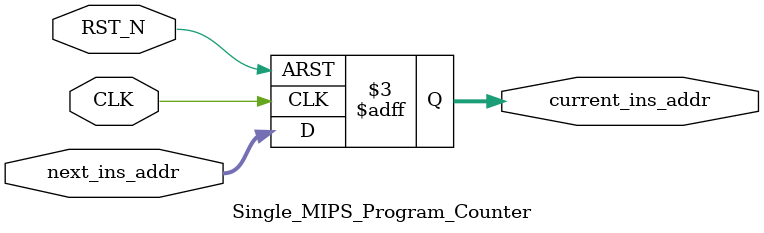
<source format=v>
module Single_MIPS_Program_Counter 

# (
	parameter ADDR_WIDTH = 32
)
(
	input 								CLK,    			// Clock
	input 								RST_N,  			// Asynchronous reset active low
	input 			[ADDR_WIDTH-1:0]	next_ins_addr,		// PC'

	output 	reg 	[ADDR_WIDTH-1:0]	current_ins_addr	// PC
);

always @(posedge CLK or negedge RST_N) begin 
	
	if(~RST_N) begin
		current_ins_addr <= 0;
	end 
	else begin
		current_ins_addr <= next_ins_addr ; // PC'= PC + 4
	end
end

endmodule : Single_MIPS_Program_Counter
</source>
